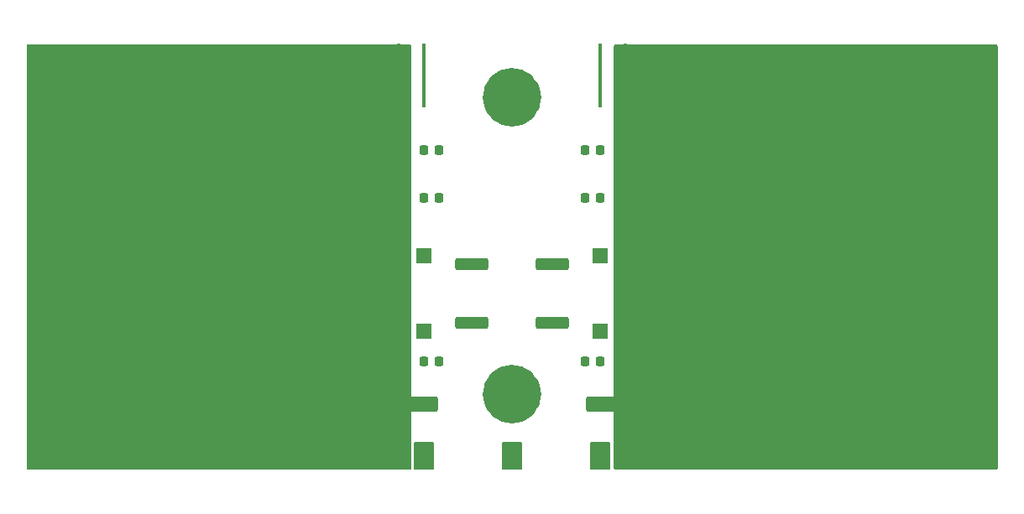
<source format=gts>
%TF.GenerationSoftware,KiCad,Pcbnew,(7.0.0)*%
%TF.CreationDate,2023-07-10T13:28:02+01:00*%
%TF.ProjectId,lc-b3-mpa,6c632d62-332d-46d7-9061-2e6b69636164,rev?*%
%TF.SameCoordinates,PX5bf2160PY7a21618*%
%TF.FileFunction,Soldermask,Top*%
%TF.FilePolarity,Negative*%
%FSLAX46Y46*%
G04 Gerber Fmt 4.6, Leading zero omitted, Abs format (unit mm)*
G04 Created by KiCad (PCBNEW (7.0.0)) date 2023-07-10 13:28:02*
%MOMM*%
%LPD*%
G01*
G04 APERTURE LIST*
G04 Aperture macros list*
%AMRoundRect*
0 Rectangle with rounded corners*
0 $1 Rounding radius*
0 $2 $3 $4 $5 $6 $7 $8 $9 X,Y pos of 4 corners*
0 Add a 4 corners polygon primitive as box body*
4,1,4,$2,$3,$4,$5,$6,$7,$8,$9,$2,$3,0*
0 Add four circle primitives for the rounded corners*
1,1,$1+$1,$2,$3*
1,1,$1+$1,$4,$5*
1,1,$1+$1,$6,$7*
1,1,$1+$1,$8,$9*
0 Add four rect primitives between the rounded corners*
20,1,$1+$1,$2,$3,$4,$5,0*
20,1,$1+$1,$4,$5,$6,$7,0*
20,1,$1+$1,$6,$7,$8,$9,0*
20,1,$1+$1,$8,$9,$2,$3,0*%
G04 Aperture macros list end*
%ADD10C,2.950000*%
%ADD11RoundRect,0.250000X1.250000X0.550000X-1.250000X0.550000X-1.250000X-0.550000X1.250000X-0.550000X0*%
%ADD12RoundRect,0.225000X-0.225000X-0.250000X0.225000X-0.250000X0.225000X0.250000X-0.225000X0.250000X0*%
%ADD13RoundRect,0.250000X-1.250000X-0.550000X1.250000X-0.550000X1.250000X0.550000X-1.250000X0.550000X0*%
%ADD14R,1.600000X1.600000*%
%ADD15R,4.190000X1.780000*%
%ADD16R,4.190000X2.660000*%
%ADD17RoundRect,0.250000X-1.425000X0.362500X-1.425000X-0.362500X1.425000X-0.362500X1.425000X0.362500X0*%
%ADD18RoundRect,0.250000X1.425000X-0.362500X1.425000X0.362500X-1.425000X0.362500X-1.425000X-0.362500X0*%
%ADD19R,0.450000X6.500000*%
G04 APERTURE END LIST*
D10*
X50432800Y37615200D02*
G75*
G03*
X50432800Y37615200I-1475000J0D01*
G01*
X50432800Y7643200D02*
G75*
G03*
X50432800Y7643200I-1475000J0D01*
G01*
D11*
%TO.C,C1*%
X39981800Y6627200D03*
X35581800Y6627200D03*
%TD*%
D12*
%TO.C,C2*%
X40054800Y10945200D03*
X41604800Y10945200D03*
%TD*%
%TO.C,C3*%
X40054800Y27455200D03*
X41604800Y27455200D03*
%TD*%
%TO.C,C4*%
X40054800Y32281200D03*
X41604800Y32281200D03*
%TD*%
D13*
%TO.C,C5*%
X57933800Y6627200D03*
X62333800Y6627200D03*
%TD*%
D12*
%TO.C,C6*%
X56310800Y10945200D03*
X57860800Y10945200D03*
%TD*%
%TO.C,C7*%
X56310800Y27455200D03*
X57860800Y27455200D03*
%TD*%
%TO.C,C8*%
X56310800Y32281200D03*
X57860800Y32281200D03*
%TD*%
D14*
%TO.C,FB1*%
X40067799Y21613199D03*
X40067799Y13993199D03*
%TD*%
%TO.C,FB2*%
X57847799Y13993199D03*
X57847799Y21613199D03*
%TD*%
D15*
%TO.C,J1*%
X2132499Y21485620D03*
D16*
X2132499Y17995620D03*
X2132499Y24975620D03*
%TD*%
D15*
%TO.C,J2*%
X95899999Y21499999D03*
D16*
X95899999Y24989999D03*
X95899999Y18009999D03*
%TD*%
D17*
%TO.C,R1*%
X44893800Y20765700D03*
X44893800Y14840700D03*
%TD*%
D18*
%TO.C,R2*%
X53021800Y14840700D03*
X53021800Y20765700D03*
%TD*%
D19*
%TO.C,U1*%
X37569999Y39799999D03*
X40109999Y39799999D03*
X57889999Y39799999D03*
X60429999Y39799999D03*
%TD*%
G36*
X58800800Y2800319D02*
G01*
X58846919Y2754200D01*
X58863800Y2691200D01*
X58863800Y149200D01*
X58846919Y86200D01*
X58800800Y40081D01*
X58737800Y23200D01*
X56957800Y23200D01*
X56894800Y40081D01*
X56848681Y86200D01*
X56831800Y149200D01*
X56831800Y2691200D01*
X56848681Y2754200D01*
X56894800Y2800319D01*
X56957800Y2817200D01*
X58737800Y2817200D01*
X58800800Y2800319D01*
G37*
G36*
X38734800Y42932319D02*
G01*
X38780919Y42886200D01*
X38797800Y42823200D01*
X38797800Y149200D01*
X38780919Y86200D01*
X38734800Y40081D01*
X38671800Y23200D01*
X126000Y23200D01*
X63000Y40081D01*
X16881Y86200D01*
X0Y149200D01*
X0Y42823200D01*
X16881Y42886200D01*
X63000Y42932319D01*
X126000Y42949200D01*
X38671800Y42949200D01*
X38734800Y42932319D01*
G37*
G36*
X49910800Y2800319D02*
G01*
X49956919Y2754200D01*
X49973800Y2691200D01*
X49973800Y149200D01*
X49956919Y86200D01*
X49910800Y40081D01*
X49847800Y23200D01*
X48067800Y23200D01*
X48004800Y40081D01*
X47958681Y86200D01*
X47941800Y149200D01*
X47941800Y2691200D01*
X47958681Y2754200D01*
X48004800Y2800319D01*
X48067800Y2817200D01*
X49847800Y2817200D01*
X49910800Y2800319D01*
G37*
G36*
X41020800Y2800319D02*
G01*
X41066919Y2754200D01*
X41083800Y2691200D01*
X41083800Y149200D01*
X41066919Y86200D01*
X41020800Y40081D01*
X40957800Y23200D01*
X39177800Y23200D01*
X39114800Y40081D01*
X39068681Y86200D01*
X39051800Y149200D01*
X39051800Y2691200D01*
X39068681Y2754200D01*
X39114800Y2800319D01*
X39177800Y2817200D01*
X40957800Y2817200D01*
X41020800Y2800319D01*
G37*
G36*
X97879800Y42932319D02*
G01*
X97925919Y42886200D01*
X97942800Y42823200D01*
X97942800Y149200D01*
X97925919Y86200D01*
X97879800Y40081D01*
X97816800Y23200D01*
X59370800Y23200D01*
X59307800Y40081D01*
X59261681Y86200D01*
X59244800Y149200D01*
X59244800Y42823200D01*
X59261681Y42886200D01*
X59307800Y42932319D01*
X59370800Y42949200D01*
X97816800Y42949200D01*
X97879800Y42932319D01*
G37*
M02*

</source>
